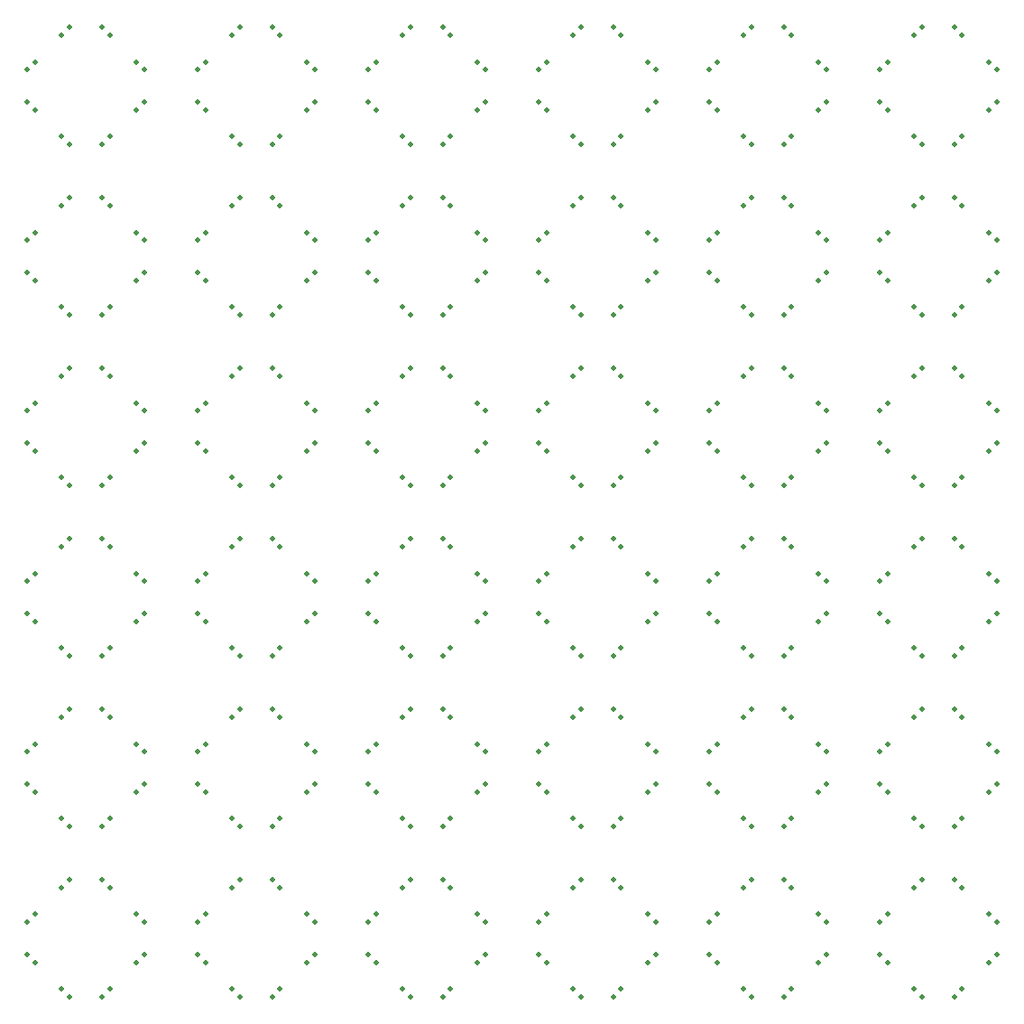
<source format=gbs>
G04 #@! TF.GenerationSoftware,KiCad,Pcbnew,7.0.2*
G04 #@! TF.CreationDate,2023-11-05T16:37:17-05:00*
G04 #@! TF.ProjectId,PokerTips,506f6b65-7254-4697-9073-2e6b69636164,rev?*
G04 #@! TF.SameCoordinates,Original*
G04 #@! TF.FileFunction,Soldermask,Bot*
G04 #@! TF.FilePolarity,Negative*
%FSLAX46Y46*%
G04 Gerber Fmt 4.6, Leading zero omitted, Abs format (unit mm)*
G04 Created by KiCad (PCBNEW 7.0.2) date 2023-11-05 16:37:17*
%MOMM*%
%LPD*%
G01*
G04 APERTURE LIST*
%ADD10C,0.500000*%
G04 APERTURE END LIST*
D10*
X123750000Y-130750000D03*
X124500000Y-131500000D03*
X130750000Y-123750000D03*
X131500000Y-124500000D03*
X114750000Y-107750000D03*
X115500000Y-108500000D03*
X124500000Y-88500000D03*
X123750000Y-89250000D03*
X91750000Y-66750000D03*
X92500000Y-67500000D03*
X40500000Y-92500000D03*
X41250000Y-91750000D03*
X48250000Y-73250000D03*
X47500000Y-72500000D03*
X76500000Y-120500000D03*
X75750000Y-121250000D03*
X92500000Y-120500000D03*
X91750000Y-121250000D03*
X99500000Y-127500000D03*
X98750000Y-128250000D03*
X80250000Y-73250000D03*
X79500000Y-72500000D03*
X127500000Y-67500000D03*
X128250000Y-66750000D03*
X108500000Y-40500000D03*
X107750000Y-41250000D03*
X115500000Y-111500000D03*
X114750000Y-112250000D03*
X79500000Y-131500000D03*
X80250000Y-130750000D03*
X80250000Y-41250000D03*
X79500000Y-40500000D03*
X98750000Y-107750000D03*
X99500000Y-108500000D03*
X130750000Y-59750000D03*
X131500000Y-60500000D03*
X111500000Y-131500000D03*
X112250000Y-130750000D03*
X75750000Y-50750000D03*
X76500000Y-51500000D03*
X44500000Y-56500000D03*
X43750000Y-57250000D03*
X92500000Y-72500000D03*
X91750000Y-73250000D03*
X124500000Y-72500000D03*
X123750000Y-73250000D03*
X108500000Y-72500000D03*
X107750000Y-73250000D03*
X41250000Y-128250000D03*
X40500000Y-127500000D03*
X40500000Y-44500000D03*
X41250000Y-43750000D03*
X104500000Y-76500000D03*
X105250000Y-75750000D03*
X76500000Y-40500000D03*
X75750000Y-41250000D03*
X50750000Y-107750000D03*
X51500000Y-108500000D03*
X105250000Y-128250000D03*
X104500000Y-127500000D03*
X89250000Y-80250000D03*
X88500000Y-79500000D03*
X111500000Y-51500000D03*
X112250000Y-50750000D03*
X66750000Y-75750000D03*
X67500000Y-76500000D03*
X96250000Y-89250000D03*
X95500000Y-88500000D03*
X67500000Y-111500000D03*
X66750000Y-112250000D03*
X66750000Y-123750000D03*
X67500000Y-124500000D03*
X104500000Y-44500000D03*
X105250000Y-43750000D03*
X47500000Y-115500000D03*
X48250000Y-114750000D03*
X114750000Y-123750000D03*
X115500000Y-124500000D03*
X44500000Y-104500000D03*
X43750000Y-105250000D03*
X89249999Y-128250000D03*
X88499999Y-127500000D03*
X108500000Y-104500000D03*
X107750000Y-105250000D03*
X50750000Y-91750000D03*
X51500000Y-92500000D03*
X131500000Y-79500000D03*
X130750000Y-80250000D03*
X108500000Y-120500000D03*
X107750000Y-121250000D03*
X41250000Y-64250000D03*
X40500000Y-63500000D03*
X64250000Y-121250000D03*
X63500000Y-120500000D03*
X99500000Y-95500000D03*
X98750000Y-96250000D03*
X47500000Y-83500000D03*
X48250000Y-82750000D03*
X107750000Y-82750000D03*
X108500000Y-83500000D03*
X40500000Y-124500000D03*
X41250000Y-123750000D03*
X59750000Y-130750000D03*
X60500000Y-131500000D03*
X99500000Y-63500000D03*
X98750000Y-64250000D03*
X67500000Y-95500000D03*
X66750000Y-96250000D03*
X89250000Y-112250000D03*
X88500000Y-111500000D03*
X60500000Y-104500000D03*
X59750000Y-105250000D03*
X92500000Y-40500000D03*
X91750000Y-41250000D03*
X43750000Y-130750000D03*
X44500000Y-131500000D03*
X76500000Y-104500000D03*
X75750000Y-105250000D03*
X59750000Y-114750000D03*
X60500000Y-115500000D03*
X127500000Y-99500000D03*
X128250000Y-98750000D03*
X128250000Y-41250000D03*
X127500000Y-40500000D03*
X66750000Y-59750000D03*
X67500000Y-60500000D03*
X127500000Y-83500000D03*
X128250000Y-82750000D03*
X82750000Y-91750000D03*
X83500000Y-92500000D03*
X130750000Y-75750000D03*
X131500000Y-76500000D03*
X41250000Y-96250000D03*
X40500000Y-95500000D03*
X91750000Y-114750000D03*
X92500000Y-115500000D03*
X59750000Y-50750000D03*
X60500000Y-51500000D03*
X73250000Y-128250000D03*
X72500000Y-127500000D03*
X80250000Y-121250000D03*
X79500000Y-120500000D03*
X96250000Y-73250000D03*
X95500000Y-72500000D03*
X63500000Y-115500000D03*
X64250000Y-114750000D03*
X120500000Y-92500000D03*
X121250000Y-91750000D03*
X73250000Y-48250000D03*
X72500000Y-47500000D03*
X48250000Y-57250000D03*
X47500000Y-56500000D03*
X48250000Y-121250000D03*
X47500000Y-120500000D03*
X98750000Y-123750000D03*
X99500000Y-124500000D03*
X104500000Y-124500000D03*
X105250000Y-123750000D03*
X57250000Y-96250000D03*
X56500000Y-95500000D03*
X66750000Y-91750000D03*
X67500000Y-92500000D03*
X64250000Y-73250000D03*
X63500000Y-72500000D03*
X67500000Y-47500000D03*
X66750000Y-48250000D03*
X127500000Y-115500000D03*
X128250000Y-114750000D03*
X44500000Y-120500000D03*
X43750000Y-121250000D03*
X92500000Y-56500000D03*
X91750000Y-57250000D03*
X64250000Y-105250000D03*
X63500000Y-104500000D03*
X40500000Y-108500000D03*
X41250000Y-107750000D03*
X131500000Y-47500000D03*
X130750000Y-48250000D03*
X124500000Y-56500000D03*
X123750000Y-57250000D03*
X128250000Y-89250000D03*
X127500000Y-88500000D03*
X91750000Y-98750000D03*
X92500000Y-99500000D03*
X56500000Y-60500000D03*
X57250000Y-59750000D03*
X91750000Y-130750000D03*
X92500000Y-131500000D03*
X57250000Y-112250000D03*
X56500000Y-111500000D03*
X128250000Y-73250000D03*
X127500000Y-72500000D03*
X79500000Y-115500000D03*
X80250000Y-114750000D03*
X43750000Y-82750000D03*
X44500000Y-83500000D03*
X83500000Y-63500000D03*
X82750000Y-64250000D03*
X83499999Y-127500000D03*
X82749999Y-128250000D03*
X75750000Y-114750000D03*
X76500000Y-115500000D03*
X43750000Y-98750000D03*
X44500000Y-99500000D03*
X48250000Y-105250000D03*
X47500000Y-104500000D03*
X99500000Y-47500000D03*
X98750000Y-48250000D03*
X115499999Y-127500000D03*
X114749999Y-128250000D03*
X121249999Y-128250000D03*
X120499999Y-127500000D03*
X60500000Y-56500000D03*
X59750000Y-57250000D03*
X83500000Y-111500000D03*
X82750000Y-112250000D03*
X95500000Y-67500000D03*
X96250000Y-66750000D03*
X63500000Y-51500000D03*
X64250000Y-50750000D03*
X105250000Y-80250000D03*
X104500000Y-79500000D03*
X121250000Y-48250000D03*
X120500000Y-47500000D03*
X121250000Y-112250000D03*
X120500000Y-111500000D03*
X50750000Y-75750000D03*
X51500000Y-76500000D03*
X80250000Y-57250000D03*
X79500000Y-56500000D03*
X60500000Y-40500000D03*
X59750000Y-41250000D03*
X59750000Y-98750000D03*
X60500000Y-99500000D03*
X111500000Y-67500000D03*
X112250000Y-66750000D03*
X120500000Y-108500000D03*
X121250000Y-107750000D03*
X75750000Y-98750000D03*
X76500000Y-99500000D03*
X98750000Y-43750000D03*
X99500000Y-44500000D03*
X59750000Y-66750000D03*
X60500000Y-67500000D03*
X107750000Y-98750000D03*
X108500000Y-99500000D03*
X59750000Y-82750000D03*
X60500000Y-83500000D03*
X105250000Y-96250000D03*
X104500000Y-95500000D03*
X72500000Y-124500000D03*
X73250000Y-123750000D03*
X89250000Y-96250000D03*
X88500000Y-95500000D03*
X96250000Y-57250000D03*
X95500000Y-56500000D03*
X115500000Y-47500000D03*
X114750000Y-48250000D03*
X47500000Y-131500000D03*
X48250000Y-130750000D03*
X51500000Y-111500000D03*
X50750000Y-112250000D03*
X104500000Y-92500000D03*
X105250000Y-91750000D03*
X51500000Y-95500000D03*
X50750000Y-96250000D03*
X123750000Y-66750000D03*
X124500000Y-67500000D03*
X82750000Y-75750000D03*
X83500000Y-76500000D03*
X98750000Y-91750000D03*
X99500000Y-92500000D03*
X56500000Y-124500000D03*
X57250000Y-123750000D03*
X95500000Y-99500000D03*
X96250000Y-98750000D03*
X121250000Y-96250000D03*
X120500000Y-95500000D03*
X73250000Y-80250000D03*
X72500000Y-79500000D03*
X111500000Y-83500000D03*
X112250000Y-82750000D03*
X72500000Y-44500000D03*
X73250000Y-43750000D03*
X57250000Y-48250000D03*
X56500000Y-47500000D03*
X105250000Y-48250000D03*
X104500000Y-47500000D03*
X66750000Y-43750000D03*
X67500000Y-44500000D03*
X95500000Y-131500000D03*
X96250000Y-130750000D03*
X73250000Y-96250000D03*
X72500000Y-95500000D03*
X96250000Y-105250000D03*
X95500000Y-104500000D03*
X104500000Y-60500000D03*
X105250000Y-59750000D03*
X83500000Y-47500000D03*
X82750000Y-48250000D03*
X47500000Y-99500000D03*
X48250000Y-98750000D03*
X123750000Y-50750000D03*
X124500000Y-51500000D03*
X63500000Y-131500000D03*
X64250000Y-130750000D03*
X72500000Y-76500000D03*
X73250000Y-75750000D03*
X130750000Y-107750000D03*
X131500000Y-108500000D03*
X123750000Y-114750000D03*
X124500000Y-115500000D03*
X92500000Y-104500000D03*
X91750000Y-105250000D03*
X131500000Y-63500001D03*
X130750000Y-64250001D03*
X75750000Y-82750000D03*
X76500000Y-83500000D03*
X67500000Y-63500000D03*
X66750000Y-64250000D03*
X88500000Y-92500000D03*
X89250000Y-91750000D03*
X64250000Y-89250000D03*
X63500000Y-88500000D03*
X95500000Y-115500000D03*
X96250000Y-114750000D03*
X121250000Y-80250000D03*
X120500000Y-79500000D03*
X51500000Y-47500000D03*
X50750000Y-48250000D03*
X82750000Y-123750000D03*
X83500000Y-124500000D03*
X43750000Y-50750000D03*
X44500000Y-51500000D03*
X124500000Y-40500000D03*
X123750000Y-41250000D03*
X41250000Y-112250000D03*
X40500000Y-111500000D03*
X41250000Y-80250000D03*
X40500000Y-79500000D03*
X115500000Y-79500000D03*
X114750000Y-80250000D03*
X56500000Y-108500000D03*
X57250000Y-107750000D03*
X79500000Y-51500000D03*
X80250000Y-50750000D03*
X88500000Y-44500000D03*
X89250000Y-43750000D03*
X72500000Y-60500000D03*
X73250000Y-59750000D03*
X56500000Y-92500000D03*
X57250000Y-91750000D03*
X111500000Y-99500000D03*
X112250000Y-98750000D03*
X51500000Y-63500000D03*
X50750000Y-64250000D03*
X120500000Y-60500000D03*
X121250000Y-59750000D03*
X44500000Y-72500000D03*
X43750000Y-73250000D03*
X107750000Y-114750000D03*
X108500000Y-115500000D03*
X91750000Y-50750000D03*
X92500000Y-51500000D03*
X105250000Y-64250000D03*
X104500000Y-63500000D03*
X47500000Y-67500000D03*
X48250000Y-66750000D03*
X60500000Y-72500000D03*
X59750000Y-73250000D03*
X114750000Y-75750000D03*
X115500000Y-76500000D03*
X57250000Y-80250000D03*
X56500000Y-79500000D03*
X131500000Y-95500001D03*
X130750000Y-96250001D03*
X80250000Y-89250000D03*
X79500000Y-88500000D03*
X124500000Y-120500000D03*
X123750000Y-121250000D03*
X128250000Y-57250000D03*
X127500000Y-56500000D03*
X91750000Y-82750000D03*
X92500000Y-83500000D03*
X76500000Y-72500000D03*
X75750000Y-73250000D03*
X64250000Y-41250000D03*
X63500000Y-40500000D03*
X107750000Y-50750000D03*
X108500000Y-51500000D03*
X67500000Y-127500000D03*
X66750000Y-128250000D03*
X88500000Y-124500000D03*
X89250000Y-123750000D03*
X99500000Y-111500000D03*
X98750000Y-112250000D03*
X120500000Y-76500000D03*
X121250000Y-75750000D03*
X107750000Y-130750000D03*
X108500000Y-131500000D03*
X112250000Y-105250000D03*
X111500000Y-104500000D03*
X108500000Y-56500000D03*
X107750000Y-57250000D03*
X115500000Y-63500000D03*
X114750000Y-64250000D03*
X43750000Y-114750000D03*
X44500000Y-115500000D03*
X92500000Y-88500000D03*
X91750000Y-89250000D03*
X108500000Y-88500000D03*
X107750000Y-89250000D03*
X114750000Y-91750000D03*
X115500000Y-92500000D03*
X131500000Y-127500000D03*
X130750000Y-128250000D03*
X112250000Y-41250000D03*
X111500000Y-40500000D03*
X47500000Y-51500000D03*
X48250000Y-50750000D03*
X64250000Y-57250000D03*
X63500000Y-56500000D03*
X128250000Y-121250000D03*
X127500000Y-120500000D03*
X57250000Y-64250000D03*
X56500000Y-63500000D03*
X127500000Y-131500000D03*
X128250000Y-130750000D03*
X88500000Y-76500000D03*
X89250000Y-75750000D03*
X44500000Y-88500000D03*
X43750000Y-89250000D03*
X50750000Y-43750000D03*
X51500000Y-44500000D03*
X82750000Y-107750000D03*
X83500000Y-108500000D03*
X115500000Y-95500000D03*
X114750000Y-96250000D03*
X98750000Y-59750000D03*
X99500000Y-60500000D03*
X120500000Y-124500000D03*
X121250000Y-123750000D03*
X50750000Y-59750000D03*
X51500000Y-60500000D03*
X112250000Y-73250000D03*
X111500000Y-72500000D03*
X60500000Y-120500000D03*
X59750000Y-121250000D03*
X79500000Y-67500000D03*
X80250000Y-66750000D03*
X127500000Y-51500000D03*
X128250000Y-50750000D03*
X121250000Y-64250000D03*
X120500000Y-63500000D03*
X130750000Y-91750000D03*
X131500000Y-92500000D03*
X130750000Y-43750000D03*
X131500000Y-44500000D03*
X95500000Y-83500000D03*
X96250000Y-82750000D03*
X114750000Y-43750000D03*
X115500000Y-44500000D03*
X67500000Y-79500000D03*
X66750000Y-80250000D03*
X79500000Y-99500000D03*
X80250000Y-98750000D03*
X44500000Y-40500000D03*
X43750000Y-41250000D03*
X131500000Y-111500000D03*
X130750000Y-112250000D03*
X80250000Y-105250000D03*
X79500000Y-104500000D03*
X105250000Y-112250000D03*
X104500000Y-111500000D03*
X66750000Y-107750000D03*
X67500000Y-108500000D03*
X57249999Y-128250000D03*
X56499999Y-127500000D03*
X111500000Y-115500000D03*
X112250000Y-114750000D03*
X104500000Y-108500000D03*
X105250000Y-107750000D03*
X123750000Y-82750000D03*
X124500000Y-83500000D03*
X83500000Y-95500000D03*
X82750000Y-96250000D03*
X48250000Y-41250000D03*
X47500000Y-40500000D03*
X56500000Y-44500000D03*
X57250000Y-43750000D03*
X96250000Y-41250000D03*
X95500000Y-40500000D03*
X82750000Y-59750000D03*
X83500000Y-60500000D03*
X40500000Y-60500000D03*
X41250000Y-59750000D03*
X76500000Y-88500000D03*
X75750000Y-89250000D03*
X73250000Y-64250000D03*
X72500000Y-63500000D03*
X95500000Y-51500000D03*
X96250000Y-50750000D03*
X89250000Y-48250000D03*
X88500000Y-47500000D03*
X114750000Y-59750000D03*
X115500000Y-60500000D03*
X128250000Y-105250000D03*
X127500000Y-104500000D03*
X88500000Y-60500000D03*
X89250000Y-59750000D03*
X40500000Y-76500000D03*
X41250000Y-75750000D03*
X124500000Y-104500000D03*
X123750000Y-105250000D03*
X63500000Y-99500000D03*
X64250000Y-98750000D03*
X63500000Y-67500000D03*
X64250000Y-66750000D03*
X120500000Y-44500000D03*
X121250000Y-43750000D03*
X72500000Y-92500000D03*
X73250000Y-91750000D03*
X89250000Y-64250000D03*
X88500000Y-63500000D03*
X82750000Y-43750000D03*
X83500000Y-44500000D03*
X75750000Y-66750000D03*
X76500000Y-67500000D03*
X112250000Y-89250000D03*
X111500000Y-88500000D03*
X99500000Y-79500000D03*
X98750000Y-80250000D03*
X83500000Y-79500000D03*
X82750000Y-80250000D03*
X112250000Y-121250000D03*
X111500000Y-120500000D03*
X98750000Y-75750000D03*
X99500000Y-76500000D03*
X72500000Y-108500000D03*
X73250000Y-107750000D03*
X123750000Y-98750000D03*
X124500000Y-99500000D03*
X43750000Y-66750000D03*
X44500000Y-67500000D03*
X73250000Y-112250000D03*
X72500000Y-111500000D03*
X75750000Y-130750000D03*
X76500000Y-131500000D03*
X76500000Y-56500000D03*
X75750000Y-57250000D03*
X41250000Y-48250000D03*
X40500000Y-47500000D03*
X96250000Y-121250000D03*
X95500000Y-120500000D03*
X56500000Y-76500000D03*
X57250000Y-75750000D03*
X79500000Y-83500000D03*
X80250000Y-82750000D03*
X48250000Y-89250000D03*
X47500000Y-88500000D03*
X51500000Y-79500000D03*
X50750000Y-80250000D03*
X50750000Y-123750000D03*
X51500000Y-124500000D03*
X51499999Y-127500000D03*
X50749999Y-128250000D03*
X63500000Y-83500000D03*
X64250000Y-82750000D03*
X107750000Y-66750000D03*
X108500000Y-67500000D03*
X112250000Y-57250000D03*
X111500000Y-56500000D03*
X60500000Y-88500000D03*
X59750000Y-89250000D03*
X88500000Y-108500000D03*
X89250000Y-107750000D03*
M02*

</source>
